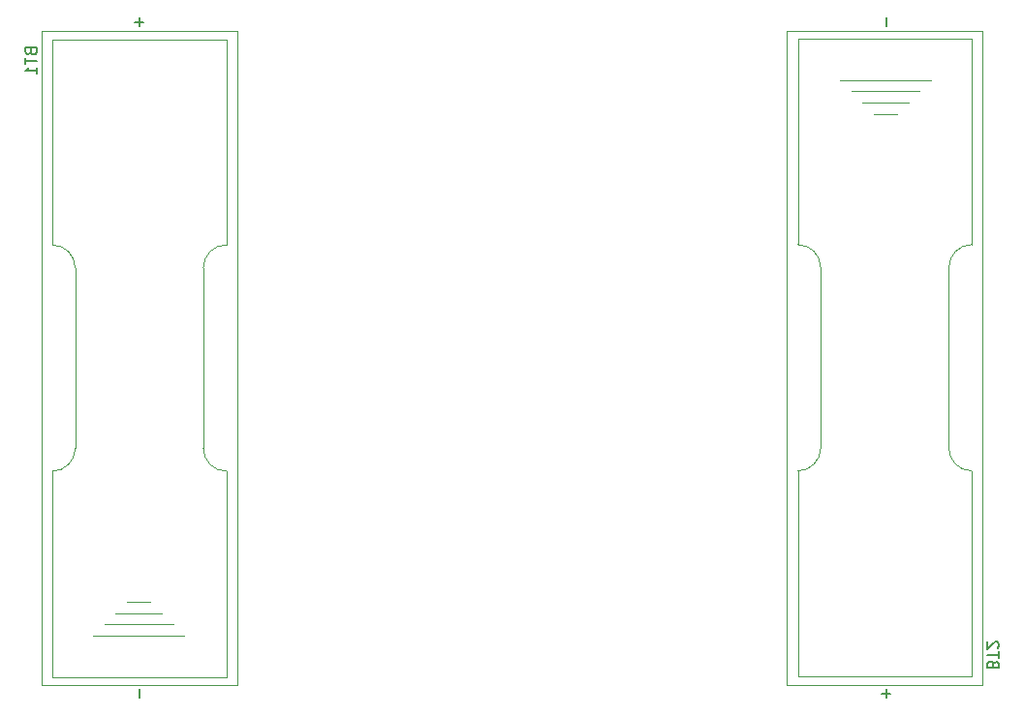
<source format=gbr>
G04 #@! TF.GenerationSoftware,KiCad,Pcbnew,(5.1.5)-3*
G04 #@! TF.CreationDate,2021-02-14T15:22:36-08:00*
G04 #@! TF.ProjectId,tree,74726565-2e6b-4696-9361-645f70636258,rev?*
G04 #@! TF.SameCoordinates,Original*
G04 #@! TF.FileFunction,Legend,Bot*
G04 #@! TF.FilePolarity,Positive*
%FSLAX46Y46*%
G04 Gerber Fmt 4.6, Leading zero omitted, Abs format (unit mm)*
G04 Created by KiCad (PCBNEW (5.1.5)-3) date 2021-02-14 15:22:36*
%MOMM*%
%LPD*%
G04 APERTURE LIST*
%ADD10C,0.120000*%
%ADD11C,0.150000*%
G04 APERTURE END LIST*
D10*
X165275000Y-108300000D02*
X165275000Y-92500000D01*
X154075000Y-92500000D02*
X154075000Y-108300000D01*
X154075000Y-92500000D02*
G75*
G03X152075000Y-90500000I-2000000J0D01*
G01*
X152075000Y-110300000D02*
G75*
G03X154075000Y-108300000I0J2000000D01*
G01*
X165275000Y-108300000D02*
G75*
G03X167275000Y-110300000I2000000J0D01*
G01*
X167275000Y-90500000D02*
G75*
G03X165275000Y-92500000I0J-2000000D01*
G01*
X167275000Y-110300000D02*
X167275000Y-128300000D01*
X152075000Y-110300000D02*
X152075000Y-128300000D01*
X152075000Y-72500000D02*
X152075000Y-90500000D01*
X152075000Y-128300000D02*
X167275000Y-128300000D01*
X167275000Y-72500000D02*
X167275000Y-90500000D01*
X152075000Y-72500000D02*
X167275000Y-72500000D01*
X151110000Y-71780000D02*
X151110000Y-129020000D01*
X168240000Y-71780000D02*
X151110000Y-71780000D01*
X168240000Y-129020000D02*
X168240000Y-71780000D01*
X151110000Y-129020000D02*
X168240000Y-129020000D01*
X158615000Y-121710000D02*
X160615000Y-121710000D01*
X155615000Y-124710000D02*
X163615000Y-124710000D01*
X162615000Y-123710000D02*
X156615000Y-123710000D01*
X157615000Y-122710000D02*
X161615000Y-122710000D01*
X226885000Y-78065000D02*
X222885000Y-78065000D01*
X221885000Y-77065000D02*
X227885000Y-77065000D01*
X228885000Y-76065000D02*
X220885000Y-76065000D01*
X225885000Y-79065000D02*
X223885000Y-79065000D01*
X233390000Y-71755000D02*
X216260000Y-71755000D01*
X216260000Y-71755000D02*
X216260000Y-128995000D01*
X216260000Y-128995000D02*
X233390000Y-128995000D01*
X233390000Y-128995000D02*
X233390000Y-71755000D01*
X232425000Y-128275000D02*
X217225000Y-128275000D01*
X217225000Y-128275000D02*
X217225000Y-110275000D01*
X232425000Y-72475000D02*
X217225000Y-72475000D01*
X232425000Y-128275000D02*
X232425000Y-110275000D01*
X232425000Y-90475000D02*
X232425000Y-72475000D01*
X217225000Y-90475000D02*
X217225000Y-72475000D01*
X217225000Y-110275000D02*
G75*
G03X219225000Y-108275000I0J2000000D01*
G01*
X219225000Y-92475000D02*
G75*
G03X217225000Y-90475000I-2000000J0D01*
G01*
X232425000Y-90475000D02*
G75*
G03X230425000Y-92475000I0J-2000000D01*
G01*
X230425000Y-108275000D02*
G75*
G03X232425000Y-110275000I2000000J0D01*
G01*
X230425000Y-108275000D02*
X230425000Y-92475000D01*
X219225000Y-92475000D02*
X219225000Y-108275000D01*
D11*
X150183571Y-73594285D02*
X150231190Y-73737142D01*
X150278809Y-73784761D01*
X150374047Y-73832380D01*
X150516904Y-73832380D01*
X150612142Y-73784761D01*
X150659761Y-73737142D01*
X150707380Y-73641904D01*
X150707380Y-73260952D01*
X149707380Y-73260952D01*
X149707380Y-73594285D01*
X149755000Y-73689523D01*
X149802619Y-73737142D01*
X149897857Y-73784761D01*
X149993095Y-73784761D01*
X150088333Y-73737142D01*
X150135952Y-73689523D01*
X150183571Y-73594285D01*
X150183571Y-73260952D01*
X149707380Y-74118095D02*
X149707380Y-74689523D01*
X150707380Y-74403809D02*
X149707380Y-74403809D01*
X150707380Y-75546666D02*
X150707380Y-74975238D01*
X150707380Y-75260952D02*
X149707380Y-75260952D01*
X149850238Y-75165714D01*
X149945476Y-75070476D01*
X149993095Y-74975238D01*
X159686428Y-129389047D02*
X159686428Y-130150952D01*
X159686428Y-70619047D02*
X159686428Y-71380952D01*
X160067380Y-71000000D02*
X159305476Y-71000000D01*
X234316428Y-127180714D02*
X234268809Y-127037857D01*
X234221190Y-126990238D01*
X234125952Y-126942619D01*
X233983095Y-126942619D01*
X233887857Y-126990238D01*
X233840238Y-127037857D01*
X233792619Y-127133095D01*
X233792619Y-127514047D01*
X234792619Y-127514047D01*
X234792619Y-127180714D01*
X234745000Y-127085476D01*
X234697380Y-127037857D01*
X234602142Y-126990238D01*
X234506904Y-126990238D01*
X234411666Y-127037857D01*
X234364047Y-127085476D01*
X234316428Y-127180714D01*
X234316428Y-127514047D01*
X234792619Y-126656904D02*
X234792619Y-126085476D01*
X233792619Y-126371190D02*
X234792619Y-126371190D01*
X234697380Y-125799761D02*
X234745000Y-125752142D01*
X234792619Y-125656904D01*
X234792619Y-125418809D01*
X234745000Y-125323571D01*
X234697380Y-125275952D01*
X234602142Y-125228333D01*
X234506904Y-125228333D01*
X234364047Y-125275952D01*
X233792619Y-125847380D01*
X233792619Y-125228333D01*
X224956428Y-129394047D02*
X224956428Y-130155952D01*
X225337380Y-129775000D02*
X224575476Y-129775000D01*
X224956428Y-70624047D02*
X224956428Y-71385952D01*
M02*

</source>
